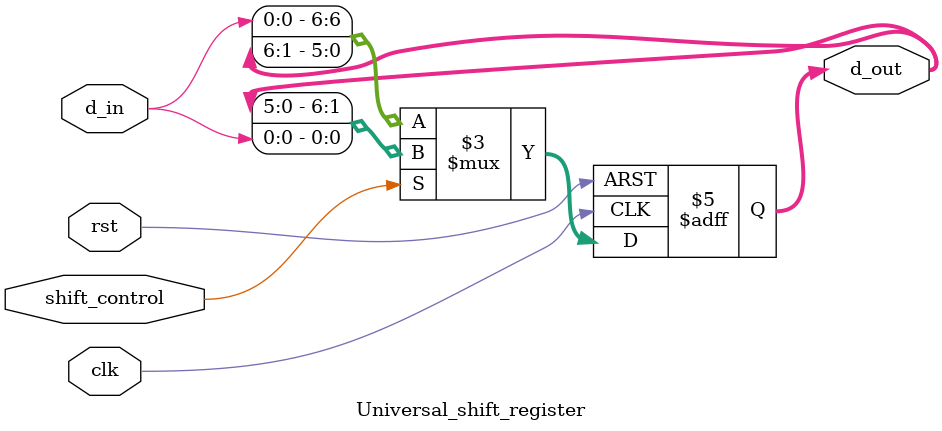
<source format=v>
module Lab2_ex9(SW,LEDR,LEDG,KEY);
	input [17:0] SW;
	output [17:0] LEDR;
	output [7:0] LEDG;
	input [3:0] KEY;
	assign LEDR=SW;
	Universal_shift_register DUT(.shift_control(SW[1]),.clk(KEY[0]), .rst(SW[2]),.d_in(SW[0]),.d_out(LEDG[7:0]));
	defparam DUT.N=8;
endmodule

module Universal_shift_register(clk,rst,shift_control,d_in,d_out);
        parameter N=7;
        input clk; // clock input
        input rst; // reset input
		input shift_control;
        input d_in; // data input
        output reg [N-1:0] d_out; // data output

        always @(posedge clk or posedge rst) begin
        if (rst) begin
                 d_out <= {N['b0]};
            end
        else
		    begin
			 if(shift_control) begin
                     d_out<={d_out[N-1:0],d_in};  // shift left 
			 end
			 else   begin
			        d_out<={d_in,d_out[N-1:1]};  // shift right
			 end
			end
end
//this is a right shift condition , it is showing that in d_out the user given d_in will be msb and rest 3 bit of existing d_out will be at end means it is shifting right side 
//For left shift condition we can use as: d_out<={d_out[3:1], din};
endmodule
</source>
